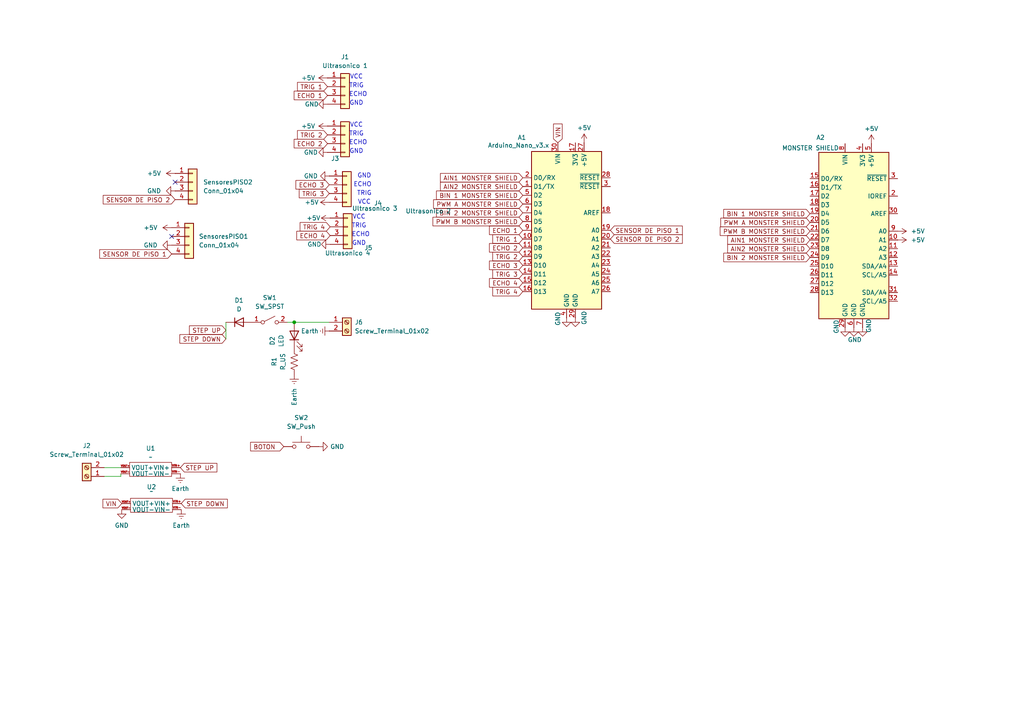
<source format=kicad_sch>
(kicad_sch (version 20231120) (generator "eeschema") (generator_version "8.0")
  (paper "A4")
  (lib_symbols
    (symbol "Conn_01x04_1" (pin_names (offset 1.016) hide)
      (property "Reference" "J" (at 0 5.08 0))
      (property "Value" "Conn_01x04" (at 0 -7.62 0))
      (symbol "Conn_01x04_1_1_1"
        (rectangle (start -1.27 -4.953) (end 0 -5.207) (stroke (width 0.1524)))
        (rectangle (start -1.27 -2.413) (end 0 -2.667) (stroke (width 0.1524)))
        (rectangle (start -1.27 0.127) (end 0 -0.127) (stroke (width 0.1524)))
        (rectangle (start -1.27 2.667) (end 0 2.413) (stroke (width 0.1524)))
        (rectangle (start -1.27 3.81) (end 1.27 -6.35) (stroke (width 0.254)) (fill (type background)))
        (pin passive line (at -5.08 2.54 0) (length 3.81) (name "Pin_1") (number "1"))
        (pin passive line (at -5.08 0 0) (length 3.81) (name "Pin_2") (number "2"))
        (pin passive line (at -5.08 -2.54 0) (length 3.81) (name "Pin_3") (number "3"))
        (pin passive line (at -5.08 -5.08 0) (length 3.81) (name "Pin_4") (number "4"))
      )
    )
    (symbol "Connector:Screw_Terminal_01x02" (pin_names (offset 1.016) hide)
      (property "Reference" "J" (at 0 2.54 0))
      (property "Value" "Screw_Terminal_01x02" (at 0 -5.08 0))
      (symbol "Screw_Terminal_01x02_1_1"
        (rectangle (start -1.27 1.27) (end 1.27 -3.81) (stroke (width 0.254)) (fill (type background)))
        (circle (center 0 -2.54) (radius 0.635) (stroke (width 0.1524)))
        (polyline (pts (xy -0.5334 -2.2098) (xy 0.3302 -3.048)) (stroke (width 0.1524)))
        (polyline (pts (xy -0.5334 0.3302) (xy 0.3302 -0.508)) (stroke (width 0.1524)))
        (polyline (pts (xy -0.3556 -2.032) (xy 0.508 -2.8702)) (stroke (width 0.1524)))
        (polyline (pts (xy -0.3556 0.508) (xy 0.508 -0.3302)) (stroke (width 0.1524)))
        (circle (center 0 0) (radius 0.635) (stroke (width 0.1524)))
        (pin passive line (at -5.08 0 0) (length 3.81) (name "Pin_1") (number "1"))
        (pin passive line (at -5.08 -2.54 0) (length 3.81) (name "Pin_2") (number "2"))
      )
    )
    (symbol "Connector_Generic:Conn_01x04" (pin_names (offset 1.016) hide)
      (property "Reference" "J1" (at -1.016 5.08 0))
      (property "Value" "Ultrasonico" (at -5.842 -7.62 0))
      (symbol "Conn_01x04_1_1"
        (rectangle (start -1.27 -4.953) (end 0 -5.207) (stroke (width 0.1524)))
        (rectangle (start -1.27 -2.413) (end 0 -2.667) (stroke (width 0.1524)))
        (rectangle (start -1.27 0.127) (end 0 -0.127) (stroke (width 0.1524)))
        (rectangle (start -1.27 2.667) (end 0 2.413) (stroke (width 0.1524)))
        (rectangle (start -1.27 3.81) (end 1.27 -6.35) (stroke (width 0.254)) (fill (type background)))
        (pin passive line (at -5.08 2.54 0) (length 3.81) (name "Pin_1") (number "1"))
        (pin passive line (at -5.08 0 0) (length 3.81) (name "Pin_2") (number "2"))
        (pin passive line (at -5.08 -2.54 0) (length 3.81) (name "Pin_3") (number "3"))
        (pin passive line (at -5.08 -5.08 0) (length 3.81) (name "Pin_4") (number "4"))
      )
    )
    (symbol "Device:D" (pin_numbers hide) (pin_names (offset 1.016) hide)
      (property "Reference" "D" (at 0 2.54 0))
      (property "Value" "D" (at 0 -2.54 0))
      (symbol "D_0_1"
        (polyline (pts (xy -1.27 1.27) (xy -1.27 -1.27)) (stroke (width 0.254)))
        (polyline (pts (xy 1.27 0) (xy -1.27 0)))
        (polyline (pts (xy 1.27 1.27) (xy 1.27 -1.27) (xy -1.27 0) (xy 1.27 1.27)) (stroke (width 0.254)))
      )
      (symbol "D_1_1"
        (pin passive line (at -3.81 0 0) (length 2.54) (name "K") (number "1"))
        (pin passive line (at 3.81 0 180) (length 2.54) (name "A") (number "2"))
      )
    )
    (symbol "Device:LED" (pin_numbers hide) (pin_names (offset 1.016) hide)
      (property "Reference" "D" (at 0 2.54 0))
      (property "Value" "LED" (at 0 -2.54 0))
      (symbol "LED_0_1"
        (polyline (pts (xy -1.27 -1.27) (xy -1.27 1.27)) (stroke (width 0.254)))
        (polyline (pts (xy -1.27 0) (xy 1.27 0)))
        (polyline (pts (xy 1.27 -1.27) (xy 1.27 1.27) (xy -1.27 0) (xy 1.27 -1.27)) (stroke (width 0.254)))
        (polyline (pts (xy -3.048 -0.762) (xy -4.572 -2.286) (xy -3.81 -2.286) (xy -4.572 -2.286) (xy -4.572 -1.524)))
        (polyline (pts (xy -1.778 -0.762) (xy -3.302 -2.286) (xy -2.54 -2.286) (xy -3.302 -2.286) (xy -3.302 -1.524)))
      )
      (symbol "LED_1_1"
        (pin passive line (at -3.81 0 0) (length 2.54) (name "K") (number "1"))
        (pin passive line (at 3.81 0 180) (length 2.54) (name "A") (number "2"))
      )
    )
    (symbol "Device:R_US" (pin_numbers hide) (pin_names (offset 0))
      (property "Reference" "R" (at 2.54 0 90))
      (property "Value" "R_US" (at -2.54 0 90))
      (symbol "R_US_0_1"
        (polyline (pts (xy 0 -2.286) (xy 0 -2.54)))
        (polyline (pts (xy 0 2.286) (xy 0 2.54)))
        (polyline (pts (xy 0 -0.762) (xy 1.016 -1.143) (xy 0 -1.524) (xy -1.016 -1.905) (xy 0 -2.286)))
        (polyline (pts (xy 0 0.762) (xy 1.016 0.381) (xy 0 0) (xy -1.016 -0.381) (xy 0 -0.762)))
        (polyline (pts (xy 0 2.286) (xy 1.016 1.905) (xy 0 1.524) (xy -1.016 1.143) (xy 0 0.762)))
      )
      (symbol "R_US_1_1"
        (pin passive line (at 0 3.81 270) (length 1.27) (name "~") (number "1"))
        (pin passive line (at 0 -3.81 90) (length 1.27) (name "~") (number "2"))
      )
    )
    (symbol "MCU_Module:Arduino_Nano_v3.x"
      (property "Reference" "A" (at -10.16 23.495 0))
      (property "Value" "Arduino_Nano_v3.x" (at 5.08 -24.13 0))
      (symbol "Arduino_Nano_v3.x_0_1"
        (rectangle (start -10.16 22.86) (end 10.16 -22.86) (stroke (width 0.254)) (fill (type background)))
      )
      (symbol "Arduino_Nano_v3.x_1_1"
        (pin bidirectional line (at -12.7 12.7 0) (length 2.54) (name "D1/TX") (number "1"))
        (pin bidirectional line (at -12.7 -2.54 0) (length 2.54) (name "D7") (number "10"))
        (pin bidirectional line (at -12.7 -5.08 0) (length 2.54) (name "D8") (number "11"))
        (pin bidirectional line (at -12.7 -7.62 0) (length 2.54) (name "D9") (number "12"))
        (pin bidirectional line (at -12.7 -10.16 0) (length 2.54) (name "D10") (number "13"))
        (pin bidirectional line (at -12.7 -12.7 0) (length 2.54) (name "D11") (number "14"))
        (pin bidirectional line (at -12.7 -15.24 0) (length 2.54) (name "D12") (number "15"))
        (pin bidirectional line (at -12.7 -17.78 0) (length 2.54) (name "D13") (number "16"))
        (pin power_out line (at 2.54 25.4 270) (length 2.54) (name "3V3") (number "17"))
        (pin input line (at 12.7 5.08 180) (length 2.54) (name "AREF") (number "18"))
        (pin bidirectional line (at 12.7 0 180) (length 2.54) (name "A0") (number "19"))
        (pin bidirectional line (at -12.7 15.24 0) (length 2.54) (name "D0/RX") (number "2"))
        (pin bidirectional line (at 12.7 -2.54 180) (length 2.54) (name "A1") (number "20"))
        (pin bidirectional line (at 12.7 -5.08 180) (length 2.54) (name "A2") (number "21"))
        (pin bidirectional line (at 12.7 -7.62 180) (length 2.54) (name "A3") (number "22"))
        (pin bidirectional line (at 12.7 -10.16 180) (length 2.54) (name "A4") (number "23"))
        (pin bidirectional line (at 12.7 -12.7 180) (length 2.54) (name "A5") (number "24"))
        (pin bidirectional line (at 12.7 -15.24 180) (length 2.54) (name "A6") (number "25"))
        (pin bidirectional line (at 12.7 -17.78 180) (length 2.54) (name "A7") (number "26"))
        (pin power_out line (at 5.08 25.4 270) (length 2.54) (name "+5V") (number "27"))
        (pin input line (at 12.7 15.24 180) (length 2.54) (name "~{RESET}") (number "28"))
        (pin power_in line (at 2.54 -25.4 90) (length 2.54) (name "GND") (number "29"))
        (pin input line (at 12.7 12.7 180) (length 2.54) (name "~{RESET}") (number "3"))
        (pin power_in line (at -2.54 25.4 270) (length 2.54) (name "VIN") (number "30"))
        (pin power_in line (at 0 -25.4 90) (length 2.54) (name "GND") (number "4"))
        (pin bidirectional line (at -12.7 10.16 0) (length 2.54) (name "D2") (number "5"))
        (pin bidirectional line (at -12.7 7.62 0) (length 2.54) (name "D3") (number "6"))
        (pin bidirectional line (at -12.7 5.08 0) (length 2.54) (name "D4") (number "7"))
        (pin bidirectional line (at -12.7 2.54 0) (length 2.54) (name "D5") (number "8"))
        (pin bidirectional line (at -12.7 0 0) (length 2.54) (name "D6") (number "9"))
      )
    )
    (symbol "MCU_Module:Arduino_UNO_R3"
      (property "Reference" "A" (at -10.16 23.495 0))
      (property "Value" "Arduino_UNO_R3" (at 5.08 -26.67 0))
      (symbol "Arduino_UNO_R3_0_1"
        (rectangle (start -10.16 22.86) (end 10.16 -25.4) (stroke (width 0.254)) (fill (type background)))
      )
      (symbol "Arduino_UNO_R3_1_1"
        (pin no_connect line (at -10.16 -20.32 0) (length 2.54) hide (name "NC") (number "1"))
        (pin bidirectional line (at 12.7 -2.54 180) (length 2.54) (name "A1") (number "10"))
        (pin bidirectional line (at 12.7 -5.08 180) (length 2.54) (name "A2") (number "11"))
        (pin bidirectional line (at 12.7 -7.62 180) (length 2.54) (name "A3") (number "12"))
        (pin bidirectional line (at 12.7 -10.16 180) (length 2.54) (name "SDA/A4") (number "13"))
        (pin bidirectional line (at 12.7 -12.7 180) (length 2.54) (name "SCL/A5") (number "14"))
        (pin bidirectional line (at -12.7 15.24 0) (length 2.54) (name "D0/RX") (number "15"))
        (pin bidirectional line (at -12.7 12.7 0) (length 2.54) (name "D1/TX") (number "16"))
        (pin bidirectional line (at -12.7 10.16 0) (length 2.54) (name "D2") (number "17"))
        (pin bidirectional line (at -12.7 7.62 0) (length 2.54) (name "D3") (number "18"))
        (pin bidirectional line (at -12.7 5.08 0) (length 2.54) (name "D4") (number "19"))
        (pin output line (at 12.7 10.16 180) (length 2.54) (name "IOREF") (number "2"))
        (pin bidirectional line (at -12.7 2.54 0) (length 2.54) (name "D5") (number "20"))
        (pin bidirectional line (at -12.7 0 0) (length 2.54) (name "D6") (number "21"))
        (pin bidirectional line (at -12.7 -2.54 0) (length 2.54) (name "D7") (number "22"))
        (pin bidirectional line (at -12.7 -5.08 0) (length 2.54) (name "D8") (number "23"))
        (pin bidirectional line (at -12.7 -7.62 0) (length 2.54) (name "D9") (number "24"))
        (pin bidirectional line (at -12.7 -10.16 0) (length 2.54) (name "D10") (number "25"))
        (pin bidirectional line (at -12.7 -12.7 0) (length 2.54) (name "D11") (number "26"))
        (pin bidirectional line (at -12.7 -15.24 0) (length 2.54) (name "D12") (number "27"))
        (pin bidirectional line (at -12.7 -17.78 0) (length 2.54) (name "D13") (number "28"))
        (pin power_in line (at -2.54 -27.94 90) (length 2.54) (name "GND") (number "29"))
        (pin input line (at 12.7 15.24 180) (length 2.54) (name "~{RESET}") (number "3"))
        (pin input line (at 12.7 5.08 180) (length 2.54) (name "AREF") (number "30"))
        (pin bidirectional line (at 12.7 -17.78 180) (length 2.54) (name "SDA/A4") (number "31"))
        (pin bidirectional line (at 12.7 -20.32 180) (length 2.54) (name "SCL/A5") (number "32"))
        (pin power_out line (at 2.54 25.4 270) (length 2.54) (name "3V3") (number "4"))
        (pin power_out line (at 5.08 25.4 270) (length 2.54) (name "+5V") (number "5"))
        (pin power_in line (at 0 -27.94 90) (length 2.54) (name "GND") (number "6"))
        (pin power_in line (at 2.54 -27.94 90) (length 2.54) (name "GND") (number "7"))
        (pin power_in line (at -2.54 25.4 270) (length 2.54) (name "VIN") (number "8"))
        (pin bidirectional line (at 12.7 0 180) (length 2.54) (name "A0") (number "9"))
      )
    )
    (symbol "Mt3608:LM2596"
      (property "Reference" "U" (at 0 3.81 0))
      (symbol "LM2596_0_1"
        (rectangle (start -6.096 2.794) (end 6.096 -1.27))
      )
      (symbol "LM2596_1_1"
        (pin input line (at 8.636 1.27 180) (length 2.54) (name "VIN+") (number "VIN+"))
        (pin input line (at 8.636 -0.508 180) (length 2.54) (name "VIN-") (number "VIN-"))
        (pin input line (at -8.636 1.27 0) (length 2.54) (name "VOUT+") (number "VOUT+"))
        (pin input line (at -8.636 -0.508 0) (length 2.54) (name "VOUT-") (number "VOUT-"))
      )
    )
    (symbol "Mt3608:mt3608"
      (property "Reference" "U" (at 0 0 0))
      (symbol "mt3608_0_1"
        (rectangle (start -5.08 -1.016) (end 7.112 -5.08))
      )
      (symbol "mt3608_1_1"
        (pin input line (at 9.652 -2.54 180) (length 2.54) (name "VIN+") (number "VIN+"))
        (pin input line (at 9.652 -4.318 180) (length 2.54) (name "VIN-") (number "VIN-"))
        (pin input line (at -7.62 -2.54 0) (length 2.54) (name "VOUT+") (number "VOUT+"))
        (pin input line (at -7.62 -4.318 0) (length 2.54) (name "VOUT-") (number "VOUT-"))
      )
    )
    (symbol "Switch:SW_Push" (pin_numbers hide) (pin_names (offset 1.016) hide)
      (property "Reference" "SW" (at 1.27 2.54 0))
      (property "Value" "SW_Push" (at 0 -1.524 0))
      (symbol "SW_Push_0_1"
        (circle (center -2.032 0) (radius 0.508))
        (polyline (pts (xy 0 1.27) (xy 0 3.048)))
        (polyline (pts (xy 2.54 1.27) (xy -2.54 1.27)))
        (circle (center 2.032 0) (radius 0.508))
        (pin passive line (at -5.08 0 0) (length 2.54) (name "1") (number "1"))
        (pin passive line (at 5.08 0 180) (length 2.54) (name "2") (number "2"))
      )
    )
    (symbol "Switch:SW_SPST" (pin_names (offset 0) hide)
      (property "Reference" "SW" (at 0 3.175 0))
      (property "Value" "SW_SPST" (at 0 -2.54 0))
      (symbol "SW_SPST_0_0"
        (circle (center -2.032 0) (radius 0.508))
        (polyline (pts (xy -1.524 0.254) (xy 1.524 1.778)))
        (circle (center 2.032 0) (radius 0.508))
      )
      (symbol "SW_SPST_1_1"
        (pin passive line (at -5.08 0 0) (length 2.54) (name "A") (number "1"))
        (pin passive line (at 5.08 0 180) (length 2.54) (name "B") (number "2"))
      )
    )
    (symbol "power:+5V" (power) (pin_numbers hide) (pin_names (offset 0) hide)
      (property "Value" "+5V" (at 0 3.556 0))
      (symbol "+5V_0_1"
        (polyline (pts (xy -0.762 1.27) (xy 0 2.54)))
        (polyline (pts (xy 0 0) (xy 0 2.54)))
        (polyline (pts (xy 0 2.54) (xy 0.762 1.27)))
      )
      (symbol "+5V_1_1"
        (pin power_in line (at 0 0 90) (length 0) (name "~") (number "1"))
      )
    )
    (symbol "power:Earth" (power) (pin_numbers hide) (pin_names (offset 0) hide)
      (property "Value" "Earth" (at 0 -3.81 0))
      (symbol "Earth_0_1"
        (polyline (pts (xy -0.635 -1.905) (xy 0.635 -1.905)))
        (polyline (pts (xy -0.127 -2.54) (xy 0.127 -2.54)))
        (polyline (pts (xy 0 -1.27) (xy 0 0)))
        (polyline (pts (xy 1.27 -1.27) (xy -1.27 -1.27)))
      )
      (symbol "Earth_1_1"
        (pin power_in line (at 0 0 270) (length 0) (name "~") (number "1"))
      )
    )
    (symbol "power:GND" (power) (pin_numbers hide) (pin_names (offset 0) hide)
      (property "Value" "GND" (at 0 -3.81 0))
      (symbol "GND_0_1"
        (polyline (pts (xy 0 0) (xy 0 -1.27) (xy 1.27 -1.27) (xy 0 -2.54) (xy -1.27 -1.27) (xy 0 -1.27)))
      )
      (symbol "GND_1_1"
        (pin power_in line (at 0 0 270) (length 0) (name "~") (number "1"))
      )
    )
  )
  (junction (at 85.344 93.472))
  (no_connect (at 50.8 52.832))
  (no_connect (at 49.784 68.58))
  (wire (pts (xy 35.052 137.414) (xy 35.052 138.176)))
  (wire (pts (xy 35.052 138.176) (xy 30.226 138.176)))
  (wire (pts (xy 65.532 93.472) (xy 65.532 98.298)))
  (wire (pts (xy 85.344 93.472) (xy 95.504 93.472)))
  (wire (pts (xy 30.226 135.636) (xy 35.052 135.636)))
  (wire (pts (xy 83.312 93.472) (xy 85.344 93.472)))
  (text "ECHO" (at 105.156 53.594 0) (effects (font (size 1.27 1.27))))
  (text "TRIG" (at 103.378 24.892 0) (effects (font (size 1.27 1.27))))
  (text "GND" (at 105.664 51.054 0) (effects (font (size 1.27 1.27))))
  (text "VCC\n" (at 103.378 22.352 0) (effects (font (size 1.27 1.27))))
  (text "GND" (at 104.14 70.612 0) (effects (font (size 1.27 1.27))))
  (text "VCC\n" (at 105.664 58.674 0) (effects (font (size 1.27 1.27))))
  (text "ECHO" (at 104.648 68.072 0) (effects (font (size 1.27 1.27))))
  (text "TRIG" (at 103.378 38.862 0) (effects (font (size 1.27 1.27))))
  (text "TRIG" (at 104.14 65.532 0) (effects (font (size 1.27 1.27))))
  (text "ECHO" (at 103.886 41.402 0) (effects (font (size 1.27 1.27))))
  (text "TRIG" (at 105.664 56.134 0) (effects (font (size 1.27 1.27))))
  (text "ECHO" (at 103.886 27.432 0) (effects (font (size 1.27 1.27))))
  (text "GND" (at 103.378 29.972 0) (effects (font (size 1.27 1.27))))
  (text "VCC\n" (at 103.378 36.322 0) (effects (font (size 1.27 1.27))))
  (text "GND" (at 103.378 43.942 0) (effects (font (size 1.27 1.27))))
  (text "VCC\n" (at 104.14 62.992 0) (effects (font (size 1.27 1.27))))
  (global_label "PWM B MONSTER SHIELD" (shape input) (at 151.638 64.262 180) (property "Intersheetrefs" "${INTERSHEET_REFS}" (effects (hide yes))))
  (global_label "TRIG 3" (shape input) (at 95.504 56.134 180) (property "Intersheetrefs" "${INTERSHEET_REFS}" (effects (hide yes))))
  (global_label "TRIG 3" (shape input) (at 151.638 79.502 180) (property "Intersheetrefs" "${INTERSHEET_REFS}" (effects (hide yes))))
  (global_label "BIN 1 MONSTER SHIELD" (shape input) (at 234.95 61.976 180) (property "Intersheetrefs" "${INTERSHEET_REFS}" (effects (hide yes))))
  (global_label "ECHO 4" (shape input) (at 95.758 68.326 180) (property "Intersheetrefs" "${INTERSHEET_REFS}" (effects (hide yes))))
  (global_label "BIN 2 MONSTER SHIELD" (shape input) (at 151.638 61.722 180) (property "Intersheetrefs" "${INTERSHEET_REFS}" (effects (hide yes))))
  (global_label "ECHO 2" (shape input) (at 151.638 71.882 180) (property "Intersheetrefs" "${INTERSHEET_REFS}" (effects (hide yes))))
  (global_label "AIN1 MONSTER SHIELD" (shape input) (at 151.638 51.562 180) (property "Intersheetrefs" "${INTERSHEET_REFS}" (effects (hide yes))))
  (global_label "ECHO 4" (shape input) (at 151.638 82.042 180) (property "Intersheetrefs" "${INTERSHEET_REFS}" (effects (hide yes))))
  (global_label "SENSOR DE PISO 2" (shape input) (at 177.038 69.342 0) (property "Intersheetrefs" "${INTERSHEET_REFS}" (effects (hide yes))))
  (global_label "TRIG 4" (shape input) (at 95.758 65.786 180) (property "Intersheetrefs" "${INTERSHEET_REFS}" (effects (hide yes))))
  (global_label "STEP DOWN" (shape input) (at 65.532 98.298 180) (property "Intersheetrefs" "${INTERSHEET_REFS}" (effects (hide yes))))
  (global_label "VIN" (shape input) (at 161.798 41.402 90) (property "Intersheetrefs" "${INTERSHEET_REFS}" (effects (hide yes))))
  (global_label "SENSOR DE PISO 1" (shape input) (at 49.784 73.66 180) (property "Intersheetrefs" "${INTERSHEET_REFS}" (effects (hide yes))))
  (global_label "VIN" (shape input) (at 35.306 146.05 180) (property "Intersheetrefs" "${INTERSHEET_REFS}" (effects (hide yes))))
  (global_label "PWM A MONSTER SHIELD" (shape input) (at 234.95 64.516 180) (property "Intersheetrefs" "${INTERSHEET_REFS}" (effects (hide yes))))
  (global_label "BOTON " (shape input) (at 82.296 129.54 180) (property "Intersheetrefs" "${INTERSHEET_REFS}" (effects (hide yes))))
  (global_label "ECHO 3" (shape input) (at 95.504 53.594 180) (property "Intersheetrefs" "${INTERSHEET_REFS}" (effects (hide yes))))
  (global_label "SENSOR DE PISO 2" (shape input) (at 50.8 57.912 180) (property "Intersheetrefs" "${INTERSHEET_REFS}" (effects (hide yes))))
  (global_label "AIN2 MONSTER SHIELD" (shape input) (at 151.638 54.102 180) (property "Intersheetrefs" "${INTERSHEET_REFS}" (effects (hide yes))))
  (global_label "TRIG 4" (shape input) (at 151.638 84.582 180) (property "Intersheetrefs" "${INTERSHEET_REFS}" (effects (hide yes))))
  (global_label "ECHO 2" (shape input) (at 94.996 41.656 180) (property "Intersheetrefs" "${INTERSHEET_REFS}" (effects (hide yes))))
  (global_label "STEP UP" (shape input) (at 65.532 95.758 180) (property "Intersheetrefs" "${INTERSHEET_REFS}" (effects (hide yes))))
  (global_label "TRIG 2" (shape input) (at 151.638 74.422 180) (property "Intersheetrefs" "${INTERSHEET_REFS}" (effects (hide yes))))
  (global_label "ECHO 1" (shape input) (at 94.996 27.686 180) (property "Intersheetrefs" "${INTERSHEET_REFS}" (effects (hide yes))))
  (global_label "PWM B MONSTER SHIELD" (shape input) (at 234.95 67.056 180) (property "Intersheetrefs" "${INTERSHEET_REFS}" (effects (hide yes))))
  (global_label "TRIG 2" (shape input) (at 94.996 39.116 180) (property "Intersheetrefs" "${INTERSHEET_REFS}" (effects (hide yes))))
  (global_label "AIN1 MONSTER SHIELD" (shape input) (at 234.95 69.596 180) (property "Intersheetrefs" "${INTERSHEET_REFS}" (effects (hide yes))))
  (global_label "TRIG 1" (shape input) (at 94.996 25.146 180) (property "Intersheetrefs" "${INTERSHEET_REFS}" (effects (hide yes))))
  (global_label "STEP DOWN" (shape input) (at 52.578 146.05 0) (property "Intersheetrefs" "${INTERSHEET_REFS}" (effects (hide yes))))
  (global_label "TRIG 1" (shape input) (at 151.638 69.342 180) (property "Intersheetrefs" "${INTERSHEET_REFS}" (effects (hide yes))))
  (global_label "STEP UP" (shape input) (at 52.324 135.636 0) (property "Intersheetrefs" "${INTERSHEET_REFS}" (effects (hide yes))))
  (global_label "SENSOR DE PISO 1" (shape input) (at 177.038 66.802 0) (property "Intersheetrefs" "${INTERSHEET_REFS}" (effects (hide yes))))
  (global_label "BIN 1 MONSTER SHIELD" (shape input) (at 151.638 56.642 180) (property "Intersheetrefs" "${INTERSHEET_REFS}" (effects (hide yes))))
  (global_label "PWM A MONSTER SHIELD" (shape input) (at 151.638 59.182 180) (property "Intersheetrefs" "${INTERSHEET_REFS}" (effects (hide yes))))
  (global_label "AIN2 MONSTER SHIELD" (shape input) (at 234.95 72.136 180) (property "Intersheetrefs" "${INTERSHEET_REFS}" (effects (hide yes))))
  (global_label "BIN 2 MONSTER SHIELD" (shape input) (at 234.95 74.676 180) (property "Intersheetrefs" "${INTERSHEET_REFS}" (effects (hide yes))))
  (global_label "ECHO 1" (shape input) (at 151.638 66.802 180) (property "Intersheetrefs" "${INTERSHEET_REFS}" (effects (hide yes))))
  (global_label "ECHO 3" (shape input) (at 151.638 76.962 180) (property "Intersheetrefs" "${INTERSHEET_REFS}" (effects (hide yes))))
  (symbol (lib_id "Connector_Generic:Conn_01x04") (at 100.076 25.146 0) (unit 1)
    (property "Reference" "J1" (at 100.076 16.51 0))
    (property "Value" "Ultrasonico 1" (at 100.076 19.05 0))
    (property "Footprint" "Connector_PinHeader_2.54mm:PinHeader_1x04_P2.54mm_Vertical" (effects (hide yes)))
    (property "Description" "Generic connector, single row, 01x04, script generated (kicad-library-utils/schlib/autogen/connector/)" (effects (hide yes)))
  )
  (symbol (lib_id "power:Earth") (at 95.504 96.012 270) (unit 1)
    (property "Reference" "#PWR02" (effects (hide yes)))
    (property "Value" "Earth" (at 92.456 96.012 90) (effects (justify right)))
    (property "Description" "Power symbol creates a global label with name \"Earth\"" (effects (hide yes)))
  )
  (symbol (lib_id "power:+5V") (at 169.418 41.402 0) (unit 1)
    (property "Reference" "#PWR05" (effects (hide yes)))
    (property "Value" "+5V" (at 169.418 37.084 0))
    (property "Description" "Power symbol creates a global label with name \"+5V\"" (effects (hide yes)))
  )
  (symbol (lib_id "Connector_Generic:Conn_01x04") (at 100.838 65.786 0) (unit 1)
    (property "Reference" "J5" (at 105.664 71.882 0) (effects (justify left)))
    (property "Value" "Ultrasonico 4" (at 94.234 73.406 0) (effects (justify left)))
    (property "Footprint" "Connector_PinHeader_2.54mm:PinHeader_1x04_P2.54mm_Vertical" (effects (hide yes)))
    (property "Description" "Generic connector, single row, 01x04, script generated (kicad-library-utils/schlib/autogen/connector/)" (effects (hide yes)))
  )
  (symbol (lib_id "power:GND") (at 50.8 55.372 270) (unit 1)
    (property "Reference" "#PWR028" (effects (hide yes)))
    (property "Value" "GND" (at 46.736 55.3719 90) (effects (justify right)))
    (property "Description" "Power symbol creates a global label with name \"GND\" , ground" (effects (hide yes)))
  )
  (symbol (lib_id "power:+5V") (at 260.35 67.056 270) (unit 1)
    (property "Reference" "#PWR019" (effects (hide yes)))
    (property "Value" "+5V" (at 264.16 67.0559 90) (effects (justify left)))
    (property "Description" "Power symbol creates a global label with name \"+5V\"" (effects (hide yes)))
  )
  (symbol (lib_id "power:Earth") (at 85.344 108.712 0) (unit 1)
    (property "Reference" "#PWR01" (effects (hide yes)))
    (property "Value" "Earth" (at 85.344 112.522 90) (effects (justify right)))
    (property "Description" "Power symbol creates a global label with name \"Earth\"" (effects (hide yes)))
  )
  (symbol (lib_id "power:GND") (at 94.996 44.196 270) (unit 1)
    (property "Reference" "#PWR013" (effects (hide yes)))
    (property "Value" "GND" (at 90.17 44.196 90))
    (property "Description" "Power symbol creates a global label with name \"GND\" , ground" (effects (hide yes)))
  )
  (symbol (lib_id "power:GND") (at 49.784 71.12 270) (unit 1)
    (property "Reference" "#PWR030" (effects (hide yes)))
    (property "Value" "GND" (at 45.72 71.1199 90) (effects (justify right)))
    (property "Description" "Power symbol creates a global label with name \"GND\" , ground" (effects (hide yes)))
  )
  (symbol (lib_id "power:GND") (at 245.11 94.996 0) (unit 1)
    (property "Reference" "#PWR07" (effects (hide yes)))
    (property "Value" "GND" (at 242.57 94.742 90))
    (property "Description" "Power symbol creates a global label with name \"GND\" , ground" (effects (hide yes)))
  )
  (symbol (lib_id "power:+5V") (at 95.758 63.246 90) (unit 1)
    (property "Reference" "#PWR017" (effects (hide yes)))
    (property "Value" "+5V" (at 92.964 63.246 90) (effects (justify left)))
    (property "Description" "Power symbol creates a global label with name \"+5V\"" (effects (hide yes)))
  )
  (symbol (lib_id "power:+5V") (at 94.996 22.606 90) (unit 1)
    (property "Reference" "#PWR016" (effects (hide yes)))
    (property "Value" "+5V" (at 91.44 22.6059 90) (effects (justify left)))
    (property "Description" "Power symbol creates a global label with name \"+5V\"" (effects (hide yes)))
  )
  (symbol (lib_id "Device:LED") (at 85.344 97.282 90) (unit 1)
    (property "Reference" "D2" (at 78.994 98.8695 0))
    (property "Value" "LED" (at 81.534 98.8695 0))
    (property "Footprint" "Connector_PinHeader_2.54mm:PinHeader_1x02_P2.54mm_Vertical" (effects (hide yes)))
    (property "Description" "Light emitting diode" (effects (hide yes)))
  )
  (symbol (lib_id "power:+5V") (at 94.996 36.576 90) (unit 1)
    (property "Reference" "#PWR015" (effects (hide yes)))
    (property "Value" "+5V" (at 91.44 36.5759 90) (effects (justify left)))
    (property "Description" "Power symbol creates a global label with name \"+5V\"" (effects (hide yes)))
  )
  (symbol (lib_id "Device:R_US") (at 85.344 104.902 180) (unit 1)
    (property "Reference" "R1" (at 79.502 104.902 90))
    (property "Value" "R_US" (at 82.042 104.902 90))
    (property "Footprint" "Resistor_THT:R_Axial_DIN0207_L6.3mm_D2.5mm_P10.16mm_Horizontal" (effects (hide yes)))
    (property "Description" "Resistor, US symbol" (effects (hide yes)))
  )
  (symbol (lib_id "Mt3608:LM2596") (at 43.942 147.32 0) (unit 1)
    (property "Reference" "U2" (at 43.942 141.224 0))
    (property "Value" "~" (at 43.942 142.494 0))
  )
  (symbol (lib_id "Connector_Generic:Conn_01x04") (at 100.076 39.116 0) (unit 1)
    (property "Reference" "J3" (at 96.012 45.974 0) (effects (justify left)))
    (property "Value" "Ultrasonico 2" (at 117.602 61.214 0) (effects (justify left)))
    (property "Footprint" "Connector_PinHeader_2.54mm:PinHeader_1x04_P2.54mm_Vertical" (effects (hide yes)))
    (property "Description" "Generic connector, single row, 01x04, script generated (kicad-library-utils/schlib/autogen/connector/)" (effects (hide yes)))
  )
  (symbol (lib_id "power:+5V") (at 95.504 58.674 90) (mirror x) (unit 1)
    (property "Reference" "#PWR010" (effects (hide yes)))
    (property "Value" "+5V" (at 92.456 58.674 90) (effects (justify left)))
    (property "Description" "Power symbol creates a global label with name \"+5V\"" (effects (hide yes)))
  )
  (symbol (lib_id "power:GND") (at 94.996 30.226 270) (unit 1)
    (property "Reference" "#PWR014" (effects (hide yes)))
    (property "Value" "GND" (at 90.424 30.226 90))
    (property "Description" "Power symbol creates a global label with name \"GND\" , ground" (effects (hide yes)))
  )
  (symbol (lib_id "power:GND") (at 95.504 51.054 270) (mirror x) (unit 1)
    (property "Reference" "#PWR012" (effects (hide yes)))
    (property "Value" "GND" (at 90.17 51.054 90))
    (property "Description" "Power symbol creates a global label with name \"GND\" , ground" (effects (hide yes)))
  )
  (symbol (lib_id "power:GND") (at 35.306 147.828 0) (unit 1)
    (property "Reference" "#PWR021" (effects (hide yes)))
    (property "Value" "GND" (at 35.306 152.4 0))
    (property "Description" "Power symbol creates a global label with name \"GND\" , ground" (effects (hide yes)))
  )
  (symbol (lib_id "Mt3608:mt3608") (at 42.672 133.096 0) (unit 1)
    (property "Reference" "U1" (at 43.688 130.048 0))
    (property "Value" "~" (at 43.688 132.588 0))
  )
  (symbol (lib_id "Switch:SW_Push") (at 87.376 129.54 0) (unit 1)
    (property "Reference" "SW2" (at 87.376 121.158 0))
    (property "Value" "SW_Push" (at 87.376 123.698 0))
    (property "Footprint" "Connector_PinHeader_2.54mm:PinHeader_1x02_P2.54mm_Vertical" (effects (hide yes)))
    (property "Description" "Push button switch, generic, two pins" (effects (hide yes)))
  )
  (symbol (lib_id "Switch:SW_SPST") (at 78.232 93.472 0) (unit 1)
    (property "Reference" "SW1" (at 78.232 86.36 0))
    (property "Value" "SW_SPST" (at 78.232 88.9 0))
    (property "Footprint" "Connector_PinHeader_2.54mm:PinHeader_1x02_P2.54mm_Vertical" (effects (hide yes)))
    (property "Description" "Single Pole Single Throw (SPST) switch" (effects (hide yes)))
  )
  (symbol (lib_id "power:GND") (at 247.65 94.996 0) (unit 1)
    (property "Reference" "#PWR08" (effects (hide yes)))
    (property "Value" "GND" (at 247.904 98.552 0))
    (property "Description" "Power symbol creates a global label with name \"GND\" , ground" (effects (hide yes)))
  )
  (symbol (lib_id "Device:D") (at 69.342 93.472 0) (unit 1)
    (property "Reference" "D1" (at 69.342 87.122 0))
    (property "Value" "D" (at 69.342 89.662 0))
    (property "Description" "Diode" (effects (hide yes)))
    (property "Sim.Device" "D" (effects (hide yes)))
    (property "Sim.Pins" "1=K 2=A" (effects (hide yes)))
  )
  (symbol (lib_id "Connector:Screw_Terminal_01x02") (at 100.584 93.472 0) (unit 1)
    (property "Reference" "J6" (at 102.87 93.4719 0) (effects (justify left)))
    (property "Value" "Screw_Terminal_01x02" (at 102.87 96.0119 0) (effects (justify left)))
    (property "Description" "Generic screw terminal, single row, 01x02, script generated (kicad-library-utils/schlib/autogen/connector/)" (effects (hide yes)))
  )
  (symbol (lib_id "power:GND") (at 166.878 92.202 0) (unit 1)
    (property "Reference" "#PWR04" (effects (hide yes)))
    (property "Value" "GND" (at 169.418 92.202 90))
    (property "Description" "Power symbol creates a global label with name \"GND\" , ground" (effects (hide yes)))
  )
  (symbol (lib_id "power:+5V") (at 50.8 50.292 90) (unit 1)
    (property "Reference" "#PWR027" (effects (hide yes)))
    (property "Value" "+5V" (at 46.736 50.2919 90) (effects (justify left)))
    (property "Description" "Power symbol creates a global label with name \"+5V\"" (effects (hide yes)))
  )
  (symbol (lib_id "power:GND") (at 164.338 92.202 0) (unit 1)
    (property "Reference" "#PWR03" (effects (hide yes)))
    (property "Value" "GND" (at 161.798 92.456 90))
    (property "Description" "Power symbol creates a global label with name \"GND\" , ground" (effects (hide yes)))
  )
  (symbol (lib_id "Connector:Screw_Terminal_01x02") (at 25.146 138.176 180) (unit 1)
    (property "Reference" "J2" (at 25.146 129.286 0))
    (property "Value" "Screw_Terminal_01x02" (at 25.146 131.826 0))
    (property "Description" "Generic screw terminal, single row, 01x02, script generated (kicad-library-utils/schlib/autogen/connector/)" (effects (hide yes)))
  )
  (symbol (lib_id "power:GND") (at 250.19 94.996 0) (unit 1)
    (property "Reference" "#PWR09" (effects (hide yes)))
    (property "Value" "GND" (at 251.968 94.488 90))
    (property "Description" "Power symbol creates a global label with name \"GND\" , ground" (effects (hide yes)))
  )
  (symbol (lib_id "Connector_Generic:Conn_01x04") (at 100.584 53.594 0) (unit 1)
    (property "Reference" "J4" (at 108.458 58.928 0) (effects (justify left)))
    (property "Value" "Ultrasonico 3" (at 102.108 60.452 0) (effects (justify left)))
    (property "Footprint" "Connector_PinHeader_2.54mm:PinHeader_1x04_P2.54mm_Vertical" (effects (hide yes)))
    (property "Description" "Generic connector, single row, 01x04, script generated (kicad-library-utils/schlib/autogen/connector/)" (effects (hide yes)))
  )
  (symbol (lib_name "Conn_01x04_1") (lib_id "Connector_Generic:Conn_01x04") (at 55.88 52.832 0) (unit 1)
    (property "Reference" "SensoresPISO2" (at 58.928 52.8319 0) (effects (justify left)))
    (property "Value" "Conn_01x04" (at 58.928 55.3719 0) (effects (justify left)))
    (property "Footprint" "Connector_PinSocket_2.54mm:PinSocket_1x04_P2.54mm_Vertical" (effects (hide yes)))
    (property "Description" "Generic connector, single row, 01x04, script generated (kicad-library-utils/schlib/autogen/connector/)" (effects (hide yes)))
  )
  (symbol (lib_id "MCU_Module:Arduino_Nano_v3.x") (at 164.338 66.802 0) (unit 1)
    (property "Reference" "A1" (at 150.114 39.878 0) (effects (justify left)))
    (property "Value" "Arduino_Nano_v3.x" (at 141.478 42.164 0) (effects (justify left)))
    (property "Footprint" "Module:Arduino_Nano" (effects (hide yes)))
    (property "Datasheet" "http://www.mouser.com/pdfdocs/Gravitech_Arduino_Nano3_0.pdf" (effects (hide yes)))
    (property "Description" "Arduino Nano v3.x" (effects (hide yes)))
  )
  (symbol (lib_id "power:+5V") (at 49.784 66.04 90) (unit 1)
    (property "Reference" "#PWR029" (effects (hide yes)))
    (property "Value" "+5V" (at 45.72 66.0399 90) (effects (justify left)))
    (property "Description" "Power symbol creates a global label with name \"+5V\"" (effects (hide yes)))
  )
  (symbol (lib_name "Conn_01x04_1") (lib_id "Connector_Generic:Conn_01x04") (at 54.864 68.58 0) (unit 1)
    (property "Reference" "SensoresPISO1" (at 57.658 68.5799 0) (effects (justify left)))
    (property "Value" "Conn_01x04" (at 57.658 71.1199 0) (effects (justify left)))
    (property "Footprint" "Connector_PinSocket_2.54mm:PinSocket_1x04_P2.54mm_Vertical" (effects (hide yes)))
    (property "Description" "Generic connector, single row, 01x04, script generated (kicad-library-utils/schlib/autogen/connector/)" (effects (hide yes)))
  )
  (symbol (lib_id "MCU_Module:Arduino_UNO_R3") (at 247.65 67.056 0) (unit 1)
    (property "Reference" "A2" (at 236.728 39.878 0) (effects (justify left)))
    (property "Value" "MONSTER SHIELD" (at 226.822 42.926 0) (effects (justify left)))
    (property "Footprint" "Module:Arduino_UNO_R3" (effects (hide yes)))
    (property "Datasheet" "https://www.arduino.cc/en/Main/arduinoBoardUno" (effects (hide yes)))
    (property "Description" "Arduino UNO Microcontroller Module, release 3" (effects (hide yes)))
  )
  (symbol (lib_id "power:Earth") (at 52.324 137.414 0) (unit 1)
    (property "Reference" "#PWR020" (effects (hide yes)))
    (property "Value" "Earth" (at 52.324 141.732 0))
    (property "Description" "Power symbol creates a global label with name \"Earth\"" (effects (hide yes)))
  )
  (symbol (lib_id "power:+5V") (at 260.35 69.596 270) (unit 1)
    (property "Reference" "#PWR018" (effects (hide yes)))
    (property "Value" "+5V" (at 264.16 69.5959 90) (effects (justify left)))
    (property "Description" "Power symbol creates a global label with name \"+5V\"" (effects (hide yes)))
  )
  (symbol (lib_id "power:Earth") (at 52.578 147.828 0) (unit 1)
    (property "Reference" "#PWR022" (effects (hide yes)))
    (property "Value" "Earth" (at 52.578 152.4 0))
    (property "Description" "Power symbol creates a global label with name \"Earth\"" (effects (hide yes)))
  )
  (symbol (lib_id "power:+5V") (at 252.73 41.656 0) (unit 1)
    (property "Reference" "#PWR06" (effects (hide yes)))
    (property "Value" "+5V" (at 252.73 37.338 0))
    (property "Description" "Power symbol creates a global label with name \"+5V\"" (effects (hide yes)))
  )
  (symbol (lib_id "power:GND") (at 95.758 70.866 270) (unit 1)
    (property "Reference" "#PWR011" (effects (hide yes)))
    (property "Value" "GND" (at 91.186 70.866 90))
    (property "Description" "Power symbol creates a global label with name \"GND\" , ground" (effects (hide yes)))
  )
  (symbol (lib_id "power:GND") (at 92.456 129.54 90) (unit 1)
    (property "Reference" "#PWR026" (effects (hide yes)))
    (property "Value" "GND" (at 95.758 129.5399 90) (effects (justify right)))
    (property "Description" "Power symbol creates a global label with name \"GND\" , ground" (effects (hide yes)))
  )
)
</source>
